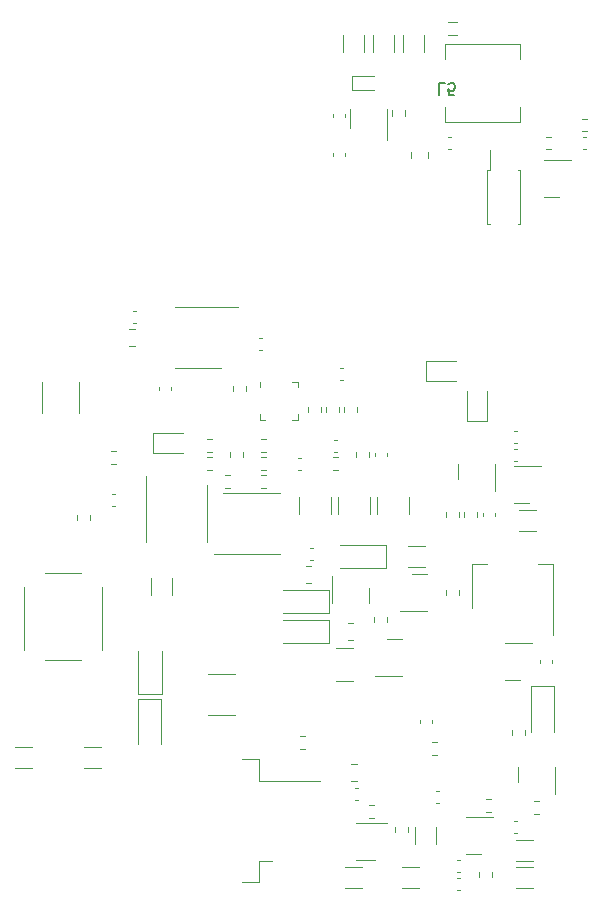
<source format=gbr>
%TF.GenerationSoftware,KiCad,Pcbnew,7.99.0-950-gc4668c1d3a-dirty*%
%TF.CreationDate,2023-06-21T04:14:00+08:00*%
%TF.ProjectId,LightningReed,4c696768-746e-4696-9e67-526565642e6b,rev?*%
%TF.SameCoordinates,Original*%
%TF.FileFunction,Legend,Bot*%
%TF.FilePolarity,Positive*%
%FSLAX46Y46*%
G04 Gerber Fmt 4.6, Leading zero omitted, Abs format (unit mm)*
G04 Created by KiCad (PCBNEW 7.99.0-950-gc4668c1d3a-dirty) date 2023-06-21 04:14:00*
%MOMM*%
%LPD*%
G01*
G04 APERTURE LIST*
%ADD10C,0.150000*%
%ADD11C,0.120000*%
G04 APERTURE END LIST*
D10*
%TO.C,L5*%
X140295333Y-81341380D02*
X139819143Y-81341380D01*
X139819143Y-81341380D02*
X139819143Y-82341380D01*
X141104857Y-82341380D02*
X140628667Y-82341380D01*
X140628667Y-82341380D02*
X140581048Y-81865190D01*
X140581048Y-81865190D02*
X140628667Y-81912809D01*
X140628667Y-81912809D02*
X140723905Y-81960428D01*
X140723905Y-81960428D02*
X140962000Y-81960428D01*
X140962000Y-81960428D02*
X141057238Y-81912809D01*
X141057238Y-81912809D02*
X141104857Y-81865190D01*
X141104857Y-81865190D02*
X141152476Y-81769952D01*
X141152476Y-81769952D02*
X141152476Y-81531857D01*
X141152476Y-81531857D02*
X141104857Y-81436619D01*
X141104857Y-81436619D02*
X141057238Y-81389000D01*
X141057238Y-81389000D02*
X140962000Y-81341380D01*
X140962000Y-81341380D02*
X140723905Y-81341380D01*
X140723905Y-81341380D02*
X140628667Y-81389000D01*
X140628667Y-81389000D02*
X140581048Y-81436619D01*
D11*
%TO.C,D13*%
X138708000Y-104814000D02*
X138708000Y-106514000D01*
X141258000Y-106514000D02*
X138708000Y-106514000D01*
X141258000Y-104814000D02*
X138708000Y-104814000D01*
%TO.C,Q10*%
X136501000Y-126020000D02*
X138176000Y-126020000D01*
X138826000Y-126020000D02*
X138176000Y-126020000D01*
X137526000Y-122900000D02*
X138176000Y-122900000D01*
X138826000Y-122900000D02*
X138176000Y-122900000D01*
%TO.C,TH1*%
X125205258Y-115584500D02*
X124730742Y-115584500D01*
X125205258Y-114539500D02*
X124730742Y-114539500D01*
%TO.C,R48*%
X131811500Y-109203258D02*
X131811500Y-108728742D01*
X132856500Y-109203258D02*
X132856500Y-108728742D01*
%TO.C,C28*%
X113530748Y-103605000D02*
X114053252Y-103605000D01*
X113530748Y-102135000D02*
X114053252Y-102135000D01*
%TO.C,D11*%
X115594000Y-110910000D02*
X115594000Y-112610000D01*
X118144000Y-112610000D02*
X115594000Y-112610000D01*
X118144000Y-110910000D02*
X115594000Y-110910000D01*
%TO.C,R51*%
X131332500Y-108728742D02*
X131332500Y-109203258D01*
X130287500Y-108728742D02*
X130287500Y-109203258D01*
%TO.C,D14*%
X142152000Y-109958000D02*
X143852000Y-109958000D01*
X143852000Y-107408000D02*
X143852000Y-109958000D01*
X142152000Y-107408000D02*
X142152000Y-109958000D01*
%TO.C,R49*%
X141492500Y-124697258D02*
X141492500Y-124222742D01*
X140447500Y-124697258D02*
X140447500Y-124222742D01*
%TO.C,C33*%
X124573420Y-102868000D02*
X124854580Y-102868000D01*
X124573420Y-103888000D02*
X124854580Y-103888000D01*
%TO.C,R46*%
X132827500Y-113013258D02*
X132827500Y-112538742D01*
X133872500Y-113013258D02*
X133872500Y-112538742D01*
%TO.C,R50*%
X129808500Y-108728742D02*
X129808500Y-109203258D01*
X128763500Y-108728742D02*
X128763500Y-109203258D01*
%TO.C,C34*%
X131431420Y-105408000D02*
X131712580Y-105408000D01*
X131431420Y-106428000D02*
X131712580Y-106428000D01*
%TO.C,C32*%
X134364000Y-112916580D02*
X134364000Y-112635420D01*
X135384000Y-112916580D02*
X135384000Y-112635420D01*
%TO.C,R37*%
X109205500Y-118347258D02*
X109205500Y-117872742D01*
X110250500Y-118347258D02*
X110250500Y-117872742D01*
%TO.C,D17*%
X132454000Y-81904000D02*
X134304000Y-81904000D01*
X132454000Y-80704000D02*
X134304000Y-80704000D01*
X132454000Y-80704000D02*
X132454000Y-81904000D01*
%TO.C,C7*%
X141337420Y-147064000D02*
X141618580Y-147064000D01*
X141337420Y-148084000D02*
X141618580Y-148084000D01*
%TO.C,U9*%
X135418000Y-86152000D02*
X135418000Y-84352000D01*
X135418000Y-83552000D02*
X135418000Y-84352000D01*
X132298000Y-85152000D02*
X132298000Y-84352000D01*
X132298000Y-83552000D02*
X132298000Y-84352000D01*
%TO.C,F1*%
X106183500Y-109300000D02*
X106183500Y-106600000D01*
X109333500Y-109300000D02*
X109333500Y-106600000D01*
%TO.C,R41*%
X132561064Y-127027000D02*
X132106936Y-127027000D01*
X132561064Y-128497000D02*
X132106936Y-128497000D01*
%TO.C,C23*%
X113918420Y-100582000D02*
X114199580Y-100582000D01*
X113918420Y-101602000D02*
X114199580Y-101602000D01*
%TO.C,R30*%
X137194936Y-120502000D02*
X138649064Y-120502000D01*
X137194936Y-122322000D02*
X138649064Y-122322000D01*
%TO.C,C27*%
X132537252Y-129196000D02*
X131114748Y-129196000D01*
X132537252Y-131916000D02*
X131114748Y-131916000D01*
%TO.C,C45*%
X131828000Y-83957420D02*
X131828000Y-84238580D01*
X130808000Y-83957420D02*
X130808000Y-84238580D01*
%TO.C,L6*%
X141369622Y-77292000D02*
X140570378Y-77292000D01*
X141369622Y-76172000D02*
X140570378Y-76172000D01*
%TO.C,R6*%
X147793064Y-147680000D02*
X146338936Y-147680000D01*
X147793064Y-149500000D02*
X146338936Y-149500000D01*
%TO.C,R61*%
X138911000Y-87627064D02*
X138911000Y-87172936D01*
X137441000Y-87627064D02*
X137441000Y-87172936D01*
%TO.C,R27*%
X146035500Y-136082242D02*
X146035500Y-136556758D01*
X147080500Y-136082242D02*
X147080500Y-136556758D01*
%TO.C,R7*%
X147793064Y-145394000D02*
X146338936Y-145394000D01*
X147793064Y-147214000D02*
X146338936Y-147214000D01*
%TO.C,R19*%
X146592936Y-117454000D02*
X148047064Y-117454000D01*
X146592936Y-119274000D02*
X148047064Y-119274000D01*
%TO.C,C38*%
X140856580Y-86894000D02*
X140575420Y-86894000D01*
X140856580Y-85874000D02*
X140575420Y-85874000D01*
%TO.C,C22*%
X127926000Y-116382748D02*
X127926000Y-117805252D01*
X130646000Y-116382748D02*
X130646000Y-117805252D01*
%TO.C,C31*%
X128156580Y-113028000D02*
X127875420Y-113028000D01*
X128156580Y-114048000D02*
X127875420Y-114048000D01*
%TO.C,Q7*%
X120752000Y-121218000D02*
X126352000Y-121218000D01*
X121552000Y-116018000D02*
X126352000Y-116018000D01*
%TO.C,R4*%
X137774000Y-145761064D02*
X137774000Y-144306936D01*
X139594000Y-145761064D02*
X139594000Y-144306936D01*
%TO.C,C40*%
X136038000Y-77290748D02*
X136038000Y-78713252D01*
X134218000Y-77290748D02*
X134218000Y-78713252D01*
%TO.C,R5*%
X134349258Y-142479500D02*
X133874742Y-142479500D01*
X134349258Y-143524500D02*
X133874742Y-143524500D01*
%TO.C,C8*%
X139840580Y-141222000D02*
X139559420Y-141222000D01*
X139840580Y-142242000D02*
X139559420Y-142242000D01*
%TO.C,Q5*%
X142098000Y-143474000D02*
X142748000Y-143474000D01*
X142098000Y-146594000D02*
X142748000Y-146594000D01*
X143398000Y-146594000D02*
X142748000Y-146594000D01*
X144423000Y-143474000D02*
X142748000Y-143474000D01*
%TO.C,C5*%
X132701420Y-140968000D02*
X132982580Y-140968000D01*
X132701420Y-141988000D02*
X132982580Y-141988000D01*
%TO.C,R9*%
X136129500Y-144763258D02*
X136129500Y-144288742D01*
X137174500Y-144763258D02*
X137174500Y-144288742D01*
%TO.C,C30*%
X131204580Y-111504000D02*
X130923420Y-111504000D01*
X131204580Y-112524000D02*
X130923420Y-112524000D01*
%TO.C,Q8*%
X115002000Y-114580000D02*
X115002000Y-120180000D01*
X120202000Y-115380000D02*
X120202000Y-120180000D01*
%TO.C,C25*%
X112127420Y-116076000D02*
X112408580Y-116076000D01*
X112127420Y-117096000D02*
X112408580Y-117096000D01*
%TO.C,D10*%
X131446000Y-120412000D02*
X135346000Y-120412000D01*
X131446000Y-122412000D02*
X135346000Y-122412000D01*
X135346000Y-122412000D02*
X135346000Y-120412000D01*
%TO.C,U5*%
X117430000Y-100310000D02*
X119380000Y-100310000D01*
X117430000Y-105430000D02*
X119380000Y-105430000D01*
X121330000Y-105430000D02*
X119380000Y-105430000D01*
X122830000Y-100310000D02*
X119380000Y-100310000D01*
%TO.C,D9*%
X126620000Y-126762000D02*
X130470000Y-126762000D01*
X126620000Y-128762000D02*
X130470000Y-128762000D01*
X130470000Y-128762000D02*
X130470000Y-126762000D01*
%TO.C,R26*%
X140447500Y-117618742D02*
X140447500Y-118093258D01*
X141492500Y-117618742D02*
X141492500Y-118093258D01*
%TO.C,D8*%
X126620000Y-124222000D02*
X130470000Y-124222000D01*
X126620000Y-126222000D02*
X130470000Y-126222000D01*
X130470000Y-126222000D02*
X130470000Y-124222000D01*
%TO.C,R36*%
X112030742Y-112507500D02*
X112505258Y-112507500D01*
X112030742Y-113552500D02*
X112505258Y-113552500D01*
%TO.C,D3*%
X114316000Y-137286000D02*
X114316000Y-133436000D01*
X116316000Y-133436000D02*
X114316000Y-133436000D01*
X116316000Y-137286000D02*
X116316000Y-133436000D01*
%TO.C,D2*%
X104648000Y-123952000D02*
X104648000Y-129286000D01*
X106426000Y-122809000D02*
X109474000Y-122809000D01*
X106426000Y-130175000D02*
X109474000Y-130175000D01*
X111252000Y-123952000D02*
X111252000Y-129286000D01*
%TO.C,C36*%
X152286580Y-86894000D02*
X152005420Y-86894000D01*
X152286580Y-85874000D02*
X152005420Y-85874000D01*
%TO.C,Q4*%
X145400000Y-128742000D02*
X146050000Y-128742000D01*
X145400000Y-131862000D02*
X146050000Y-131862000D01*
X146700000Y-131862000D02*
X146050000Y-131862000D01*
X147725000Y-128742000D02*
X146050000Y-128742000D01*
%TO.C,R29*%
X148319258Y-142147000D02*
X147844742Y-142147000D01*
X148319258Y-143192000D02*
X147844742Y-143192000D01*
%TO.C,U1*%
X132804000Y-143982000D02*
X133604000Y-143982000D01*
X132804000Y-147102000D02*
X133604000Y-147102000D01*
X134404000Y-147102000D02*
X133604000Y-147102000D01*
X135404000Y-143982000D02*
X133604000Y-143982000D01*
%TO.C,C39*%
X138578000Y-77290748D02*
X138578000Y-78713252D01*
X136758000Y-77290748D02*
X136758000Y-78713252D01*
%TO.C,U7*%
X146698000Y-93266000D02*
X146698000Y-90956000D01*
X146698000Y-88646000D02*
X146698000Y-90956000D01*
X146483000Y-93266000D02*
X146698000Y-93266000D01*
X146483000Y-88646000D02*
X146698000Y-88646000D01*
X144093000Y-93266000D02*
X143878000Y-93266000D01*
X144093000Y-88646000D02*
X143878000Y-88646000D01*
X144093000Y-86956000D02*
X144093000Y-88646000D01*
X143878000Y-93266000D02*
X143878000Y-90956000D01*
X143878000Y-88646000D02*
X143878000Y-90956000D01*
%TO.C,R32*%
X121682742Y-114539500D02*
X122157258Y-114539500D01*
X121682742Y-115584500D02*
X122157258Y-115584500D01*
%TO.C,Q1*%
X124616000Y-138564000D02*
X123116000Y-138564000D01*
X124616000Y-140374000D02*
X124616000Y-138564000D01*
X124616000Y-147154000D02*
X124616000Y-148964000D01*
X124616000Y-148964000D02*
X123116000Y-148964000D01*
X125716000Y-147154000D02*
X124616000Y-147154000D01*
X129741000Y-140374000D02*
X124616000Y-140374000D01*
%TO.C,C12*%
X146163420Y-112266000D02*
X146444580Y-112266000D01*
X146163420Y-113286000D02*
X146444580Y-113286000D01*
%TO.C,R42*%
X134351500Y-126983258D02*
X134351500Y-126508742D01*
X135396500Y-126983258D02*
X135396500Y-126508742D01*
%TO.C,R3*%
X136686936Y-147680000D02*
X138141064Y-147680000D01*
X136686936Y-149500000D02*
X138141064Y-149500000D01*
%TO.C,C13*%
X146163420Y-110742000D02*
X146444580Y-110742000D01*
X146163420Y-111762000D02*
X146444580Y-111762000D01*
%TO.C,R34*%
X120158742Y-113015500D02*
X120633258Y-113015500D01*
X120158742Y-114060500D02*
X120633258Y-114060500D01*
%TO.C,Q6*%
X146522000Y-139225500D02*
X146522000Y-139875500D01*
X146522000Y-140525500D02*
X146522000Y-139875500D01*
X149642000Y-139225500D02*
X149642000Y-139875500D01*
X149642000Y-141550500D02*
X149642000Y-139875500D01*
%TO.C,R60*%
X152383258Y-85382500D02*
X151908742Y-85382500D01*
X152383258Y-84337500D02*
X151908742Y-84337500D01*
%TO.C,C14*%
X143508000Y-117996580D02*
X143508000Y-117715420D01*
X144528000Y-117996580D02*
X144528000Y-117715420D01*
%TO.C,R44*%
X125205258Y-113015500D02*
X124730742Y-113015500D01*
X125205258Y-114060500D02*
X124730742Y-114060500D01*
%TO.C,C24*%
X116076000Y-107047420D02*
X116076000Y-107328580D01*
X117096000Y-107047420D02*
X117096000Y-107328580D01*
%TO.C,C21*%
X134530000Y-116382748D02*
X134530000Y-117805252D01*
X137250000Y-116382748D02*
X137250000Y-117805252D01*
%TO.C,C4*%
X132849252Y-138965000D02*
X132326748Y-138965000D01*
X132849252Y-140435000D02*
X132326748Y-140435000D01*
%TO.C,Q2*%
X141442000Y-113571500D02*
X141442000Y-114221500D01*
X141442000Y-114871500D02*
X141442000Y-114221500D01*
X144562000Y-113571500D02*
X144562000Y-114221500D01*
X144562000Y-115896500D02*
X144562000Y-114221500D01*
%TO.C,R8*%
X143241500Y-148573258D02*
X143241500Y-148098742D01*
X144286500Y-148573258D02*
X144286500Y-148098742D01*
%TO.C,Q9*%
X130774000Y-123039000D02*
X130774000Y-124714000D01*
X130774000Y-125364000D02*
X130774000Y-124714000D01*
X133894000Y-124064000D02*
X133894000Y-124714000D01*
X133894000Y-125364000D02*
X133894000Y-124714000D01*
%TO.C,R15*%
X139683258Y-137145500D02*
X139208742Y-137145500D01*
X139683258Y-138190500D02*
X139208742Y-138190500D01*
%TO.C,C26*%
X128891420Y-120648000D02*
X129172580Y-120648000D01*
X128891420Y-121668000D02*
X129172580Y-121668000D01*
%TO.C,C41*%
X133498000Y-77290748D02*
X133498000Y-78713252D01*
X131678000Y-77290748D02*
X131678000Y-78713252D01*
%TO.C,C18*%
X109778748Y-137520000D02*
X111201252Y-137520000D01*
X109778748Y-139340000D02*
X111201252Y-139340000D01*
%TO.C,R47*%
X122413500Y-106950742D02*
X122413500Y-107425258D01*
X123458500Y-106950742D02*
X123458500Y-107425258D01*
%TO.C,R62*%
X136920500Y-83606742D02*
X136920500Y-84081258D01*
X135875500Y-83606742D02*
X135875500Y-84081258D01*
%TO.C,R2*%
X131860936Y-147680000D02*
X133315064Y-147680000D01*
X131860936Y-149500000D02*
X133315064Y-149500000D01*
%TO.C,Q3*%
X142640000Y-122042000D02*
X142640000Y-125802000D01*
X143900000Y-122042000D02*
X142640000Y-122042000D01*
X148200000Y-122042000D02*
X149460000Y-122042000D01*
X149460000Y-122042000D02*
X149460000Y-128052000D01*
%TO.C,D12*%
X134390500Y-131542000D02*
X136065500Y-131542000D01*
X135415500Y-128422000D02*
X136065500Y-128422000D01*
X136715500Y-128422000D02*
X136065500Y-128422000D01*
X136715500Y-131542000D02*
X136065500Y-131542000D01*
%TO.C,R17*%
X141971500Y-117618742D02*
X141971500Y-118093258D01*
X143016500Y-117618742D02*
X143016500Y-118093258D01*
%TO.C,C15*%
X148334000Y-130148420D02*
X148334000Y-130429580D01*
X149354000Y-130148420D02*
X149354000Y-130429580D01*
%TO.C,R39*%
X115422000Y-123224936D02*
X115422000Y-124679064D01*
X117242000Y-123224936D02*
X117242000Y-124679064D01*
%TO.C,R59*%
X148860742Y-86906500D02*
X149335258Y-86906500D01*
X148860742Y-85861500D02*
X149335258Y-85861500D01*
%TO.C,L5*%
X146687000Y-84604000D02*
X146687000Y-83336000D01*
X146687000Y-84604000D02*
X140287000Y-84604000D01*
X146687000Y-78004000D02*
X146687000Y-79272000D01*
X146687000Y-78004000D02*
X140287000Y-78004000D01*
X140287000Y-84604000D02*
X140287000Y-83336000D01*
X140287000Y-78004000D02*
X140287000Y-79272000D01*
%TO.C,C17*%
X146444580Y-143762000D02*
X146163420Y-143762000D01*
X146444580Y-144782000D02*
X146163420Y-144782000D01*
%TO.C,U8*%
X151027000Y-87872000D02*
X149352000Y-87872000D01*
X150002000Y-90992000D02*
X149352000Y-90992000D01*
X148702000Y-90992000D02*
X149352000Y-90992000D01*
X148702000Y-87872000D02*
X149352000Y-87872000D01*
%TO.C,R40*%
X128550936Y-122201000D02*
X129005064Y-122201000D01*
X128550936Y-123671000D02*
X129005064Y-123671000D01*
%TO.C,U2*%
X146162000Y-113756000D02*
X146812000Y-113756000D01*
X146162000Y-116876000D02*
X146812000Y-116876000D01*
X147462000Y-116876000D02*
X146812000Y-116876000D01*
X148487000Y-113756000D02*
X146812000Y-113756000D01*
%TO.C,C19*%
X122573252Y-131386000D02*
X120250748Y-131386000D01*
X122573252Y-134806000D02*
X120250748Y-134806000D01*
%TO.C,R45*%
X130826742Y-113015500D02*
X131301258Y-113015500D01*
X130826742Y-114060500D02*
X131301258Y-114060500D01*
%TO.C,C11*%
X138174000Y-135241420D02*
X138174000Y-135522580D01*
X139194000Y-135241420D02*
X139194000Y-135522580D01*
%TO.C,U4*%
X124628000Y-106594000D02*
X124628000Y-107069000D01*
X124628000Y-109814000D02*
X124628000Y-109339000D01*
X125103000Y-109814000D02*
X124628000Y-109814000D01*
X127373000Y-106594000D02*
X127848000Y-106594000D01*
X127373000Y-109814000D02*
X127848000Y-109814000D01*
X127848000Y-106594000D02*
X127848000Y-107069000D01*
X127848000Y-109814000D02*
X127848000Y-109339000D01*
%TO.C,R1*%
X128507258Y-136637500D02*
X128032742Y-136637500D01*
X128507258Y-137682500D02*
X128032742Y-137682500D01*
%TO.C,R33*%
X120158742Y-111491500D02*
X120633258Y-111491500D01*
X120158742Y-112536500D02*
X120633258Y-112536500D01*
%TO.C,C6*%
X141337420Y-148588000D02*
X141618580Y-148588000D01*
X141337420Y-149608000D02*
X141618580Y-149608000D01*
%TO.C,R28*%
X144255258Y-141971500D02*
X143780742Y-141971500D01*
X144255258Y-143016500D02*
X143780742Y-143016500D01*
%TO.C,D6*%
X147590000Y-136270000D02*
X147590000Y-132370000D01*
X149590000Y-132370000D02*
X147590000Y-132370000D01*
X149590000Y-136270000D02*
X149590000Y-132370000D01*
%TO.C,D1*%
X114306000Y-129410000D02*
X114306000Y-133090000D01*
X114306000Y-133090000D02*
X116326000Y-133090000D01*
X116326000Y-129410000D02*
X116326000Y-133090000D01*
%TO.C,R38*%
X103920936Y-137520000D02*
X105375064Y-137520000D01*
X103920936Y-139340000D02*
X105375064Y-139340000D01*
%TO.C,R43*%
X125205258Y-111491500D02*
X124730742Y-111491500D01*
X125205258Y-112536500D02*
X124730742Y-112536500D01*
%TO.C,R31*%
X122159500Y-112538742D02*
X122159500Y-113013258D01*
X123204500Y-112538742D02*
X123204500Y-113013258D01*
%TO.C,C47*%
X131828000Y-87259420D02*
X131828000Y-87540580D01*
X130808000Y-87259420D02*
X130808000Y-87540580D01*
%TO.C,C20*%
X131228000Y-116382748D02*
X131228000Y-117805252D01*
X133948000Y-116382748D02*
X133948000Y-117805252D01*
%TD*%
M02*

</source>
